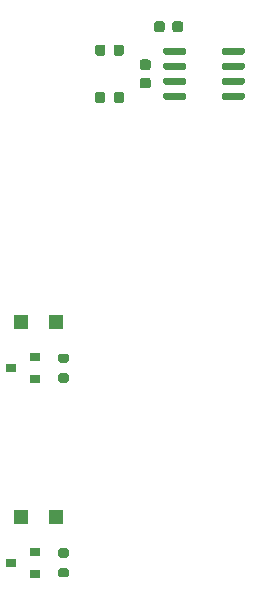
<source format=gbr>
%TF.GenerationSoftware,KiCad,Pcbnew,5.1.9*%
%TF.CreationDate,2020-12-25T23:56:19+01:00*%
%TF.ProjectId,reflow-oven,7265666c-6f77-42d6-9f76-656e2e6b6963,rev?*%
%TF.SameCoordinates,Original*%
%TF.FileFunction,Paste,Bot*%
%TF.FilePolarity,Positive*%
%FSLAX46Y46*%
G04 Gerber Fmt 4.6, Leading zero omitted, Abs format (unit mm)*
G04 Created by KiCad (PCBNEW 5.1.9) date 2020-12-25 23:56:19*
%MOMM*%
%LPD*%
G01*
G04 APERTURE LIST*
%ADD10R,0.900000X0.800000*%
%ADD11R,1.250000X1.220000*%
G04 APERTURE END LIST*
%TO.C,R5*%
G36*
G01*
X-12675000Y-18825000D02*
X-12125000Y-18825000D01*
G75*
G02*
X-11925000Y-19025000I0J-200000D01*
G01*
X-11925000Y-19425000D01*
G75*
G02*
X-12125000Y-19625000I-200000J0D01*
G01*
X-12675000Y-19625000D01*
G75*
G02*
X-12875000Y-19425000I0J200000D01*
G01*
X-12875000Y-19025000D01*
G75*
G02*
X-12675000Y-18825000I200000J0D01*
G01*
G37*
G36*
G01*
X-12675000Y-17175000D02*
X-12125000Y-17175000D01*
G75*
G02*
X-11925000Y-17375000I0J-200000D01*
G01*
X-11925000Y-17775000D01*
G75*
G02*
X-12125000Y-17975000I-200000J0D01*
G01*
X-12675000Y-17975000D01*
G75*
G02*
X-12875000Y-17775000I0J200000D01*
G01*
X-12875000Y-17375000D01*
G75*
G02*
X-12675000Y-17175000I200000J0D01*
G01*
G37*
%TD*%
%TO.C,R4*%
G36*
G01*
X-12675000Y-2325000D02*
X-12125000Y-2325000D01*
G75*
G02*
X-11925000Y-2525000I0J-200000D01*
G01*
X-11925000Y-2925000D01*
G75*
G02*
X-12125000Y-3125000I-200000J0D01*
G01*
X-12675000Y-3125000D01*
G75*
G02*
X-12875000Y-2925000I0J200000D01*
G01*
X-12875000Y-2525000D01*
G75*
G02*
X-12675000Y-2325000I200000J0D01*
G01*
G37*
G36*
G01*
X-12675000Y-675000D02*
X-12125000Y-675000D01*
G75*
G02*
X-11925000Y-875000I0J-200000D01*
G01*
X-11925000Y-1275000D01*
G75*
G02*
X-12125000Y-1475000I-200000J0D01*
G01*
X-12675000Y-1475000D01*
G75*
G02*
X-12875000Y-1275000I0J200000D01*
G01*
X-12875000Y-875000D01*
G75*
G02*
X-12675000Y-675000I200000J0D01*
G01*
G37*
%TD*%
D10*
%TO.C,Q2*%
X-16800000Y-18400000D03*
X-14800000Y-19350000D03*
X-14800000Y-17450000D03*
%TD*%
%TO.C,Q1*%
X-16800000Y-1900000D03*
X-14800000Y-2850000D03*
X-14800000Y-950000D03*
%TD*%
D11*
%TO.C,D2*%
X-15975000Y-14500000D03*
X-13025000Y-14500000D03*
%TD*%
%TO.C,D1*%
X-15975000Y2000000D03*
X-13025000Y2000000D03*
%TD*%
%TO.C,FB2*%
G36*
G01*
X-8150000Y20743750D02*
X-8150000Y21256250D01*
G75*
G02*
X-7931250Y21475000I218750J0D01*
G01*
X-7493750Y21475000D01*
G75*
G02*
X-7275000Y21256250I0J-218750D01*
G01*
X-7275000Y20743750D01*
G75*
G02*
X-7493750Y20525000I-218750J0D01*
G01*
X-7931250Y20525000D01*
G75*
G02*
X-8150000Y20743750I0J218750D01*
G01*
G37*
G36*
G01*
X-9725000Y20743750D02*
X-9725000Y21256250D01*
G75*
G02*
X-9506250Y21475000I218750J0D01*
G01*
X-9068750Y21475000D01*
G75*
G02*
X-8850000Y21256250I0J-218750D01*
G01*
X-8850000Y20743750D01*
G75*
G02*
X-9068750Y20525000I-218750J0D01*
G01*
X-9506250Y20525000D01*
G75*
G02*
X-9725000Y20743750I0J218750D01*
G01*
G37*
%TD*%
%TO.C,FB1*%
G36*
G01*
X-8150000Y24743750D02*
X-8150000Y25256250D01*
G75*
G02*
X-7931250Y25475000I218750J0D01*
G01*
X-7493750Y25475000D01*
G75*
G02*
X-7275000Y25256250I0J-218750D01*
G01*
X-7275000Y24743750D01*
G75*
G02*
X-7493750Y24525000I-218750J0D01*
G01*
X-7931250Y24525000D01*
G75*
G02*
X-8150000Y24743750I0J218750D01*
G01*
G37*
G36*
G01*
X-9725000Y24743750D02*
X-9725000Y25256250D01*
G75*
G02*
X-9506250Y25475000I218750J0D01*
G01*
X-9068750Y25475000D01*
G75*
G02*
X-8850000Y25256250I0J-218750D01*
G01*
X-8850000Y24743750D01*
G75*
G02*
X-9068750Y24525000I-218750J0D01*
G01*
X-9506250Y24525000D01*
G75*
G02*
X-9725000Y24743750I0J218750D01*
G01*
G37*
%TD*%
%TO.C,C2*%
G36*
G01*
X-5721000Y22675000D02*
X-5221000Y22675000D01*
G75*
G02*
X-4996000Y22450000I0J-225000D01*
G01*
X-4996000Y22000000D01*
G75*
G02*
X-5221000Y21775000I-225000J0D01*
G01*
X-5721000Y21775000D01*
G75*
G02*
X-5946000Y22000000I0J225000D01*
G01*
X-5946000Y22450000D01*
G75*
G02*
X-5721000Y22675000I225000J0D01*
G01*
G37*
G36*
G01*
X-5721000Y24225000D02*
X-5221000Y24225000D01*
G75*
G02*
X-4996000Y24000000I0J-225000D01*
G01*
X-4996000Y23550000D01*
G75*
G02*
X-5221000Y23325000I-225000J0D01*
G01*
X-5721000Y23325000D01*
G75*
G02*
X-5946000Y23550000I0J225000D01*
G01*
X-5946000Y24000000D01*
G75*
G02*
X-5721000Y24225000I225000J0D01*
G01*
G37*
%TD*%
%TO.C,C1*%
G36*
G01*
X-3175000Y26750000D02*
X-3175000Y27250000D01*
G75*
G02*
X-2950000Y27475000I225000J0D01*
G01*
X-2500000Y27475000D01*
G75*
G02*
X-2275000Y27250000I0J-225000D01*
G01*
X-2275000Y26750000D01*
G75*
G02*
X-2500000Y26525000I-225000J0D01*
G01*
X-2950000Y26525000D01*
G75*
G02*
X-3175000Y26750000I0J225000D01*
G01*
G37*
G36*
G01*
X-4725000Y26750000D02*
X-4725000Y27250000D01*
G75*
G02*
X-4500000Y27475000I225000J0D01*
G01*
X-4050000Y27475000D01*
G75*
G02*
X-3825000Y27250000I0J-225000D01*
G01*
X-3825000Y26750000D01*
G75*
G02*
X-4050000Y26525000I-225000J0D01*
G01*
X-4500000Y26525000D01*
G75*
G02*
X-4725000Y26750000I0J225000D01*
G01*
G37*
%TD*%
%TO.C,U2*%
G36*
G01*
X1000000Y20945000D02*
X1000000Y21245000D01*
G75*
G02*
X1150000Y21395000I150000J0D01*
G01*
X2800000Y21395000D01*
G75*
G02*
X2950000Y21245000I0J-150000D01*
G01*
X2950000Y20945000D01*
G75*
G02*
X2800000Y20795000I-150000J0D01*
G01*
X1150000Y20795000D01*
G75*
G02*
X1000000Y20945000I0J150000D01*
G01*
G37*
G36*
G01*
X1000000Y22215000D02*
X1000000Y22515000D01*
G75*
G02*
X1150000Y22665000I150000J0D01*
G01*
X2800000Y22665000D01*
G75*
G02*
X2950000Y22515000I0J-150000D01*
G01*
X2950000Y22215000D01*
G75*
G02*
X2800000Y22065000I-150000J0D01*
G01*
X1150000Y22065000D01*
G75*
G02*
X1000000Y22215000I0J150000D01*
G01*
G37*
G36*
G01*
X1000000Y23485000D02*
X1000000Y23785000D01*
G75*
G02*
X1150000Y23935000I150000J0D01*
G01*
X2800000Y23935000D01*
G75*
G02*
X2950000Y23785000I0J-150000D01*
G01*
X2950000Y23485000D01*
G75*
G02*
X2800000Y23335000I-150000J0D01*
G01*
X1150000Y23335000D01*
G75*
G02*
X1000000Y23485000I0J150000D01*
G01*
G37*
G36*
G01*
X1000000Y24755000D02*
X1000000Y25055000D01*
G75*
G02*
X1150000Y25205000I150000J0D01*
G01*
X2800000Y25205000D01*
G75*
G02*
X2950000Y25055000I0J-150000D01*
G01*
X2950000Y24755000D01*
G75*
G02*
X2800000Y24605000I-150000J0D01*
G01*
X1150000Y24605000D01*
G75*
G02*
X1000000Y24755000I0J150000D01*
G01*
G37*
G36*
G01*
X-3950000Y24755000D02*
X-3950000Y25055000D01*
G75*
G02*
X-3800000Y25205000I150000J0D01*
G01*
X-2150000Y25205000D01*
G75*
G02*
X-2000000Y25055000I0J-150000D01*
G01*
X-2000000Y24755000D01*
G75*
G02*
X-2150000Y24605000I-150000J0D01*
G01*
X-3800000Y24605000D01*
G75*
G02*
X-3950000Y24755000I0J150000D01*
G01*
G37*
G36*
G01*
X-3950000Y23485000D02*
X-3950000Y23785000D01*
G75*
G02*
X-3800000Y23935000I150000J0D01*
G01*
X-2150000Y23935000D01*
G75*
G02*
X-2000000Y23785000I0J-150000D01*
G01*
X-2000000Y23485000D01*
G75*
G02*
X-2150000Y23335000I-150000J0D01*
G01*
X-3800000Y23335000D01*
G75*
G02*
X-3950000Y23485000I0J150000D01*
G01*
G37*
G36*
G01*
X-3950000Y22215000D02*
X-3950000Y22515000D01*
G75*
G02*
X-3800000Y22665000I150000J0D01*
G01*
X-2150000Y22665000D01*
G75*
G02*
X-2000000Y22515000I0J-150000D01*
G01*
X-2000000Y22215000D01*
G75*
G02*
X-2150000Y22065000I-150000J0D01*
G01*
X-3800000Y22065000D01*
G75*
G02*
X-3950000Y22215000I0J150000D01*
G01*
G37*
G36*
G01*
X-3950000Y20945000D02*
X-3950000Y21245000D01*
G75*
G02*
X-3800000Y21395000I150000J0D01*
G01*
X-2150000Y21395000D01*
G75*
G02*
X-2000000Y21245000I0J-150000D01*
G01*
X-2000000Y20945000D01*
G75*
G02*
X-2150000Y20795000I-150000J0D01*
G01*
X-3800000Y20795000D01*
G75*
G02*
X-3950000Y20945000I0J150000D01*
G01*
G37*
%TD*%
M02*

</source>
